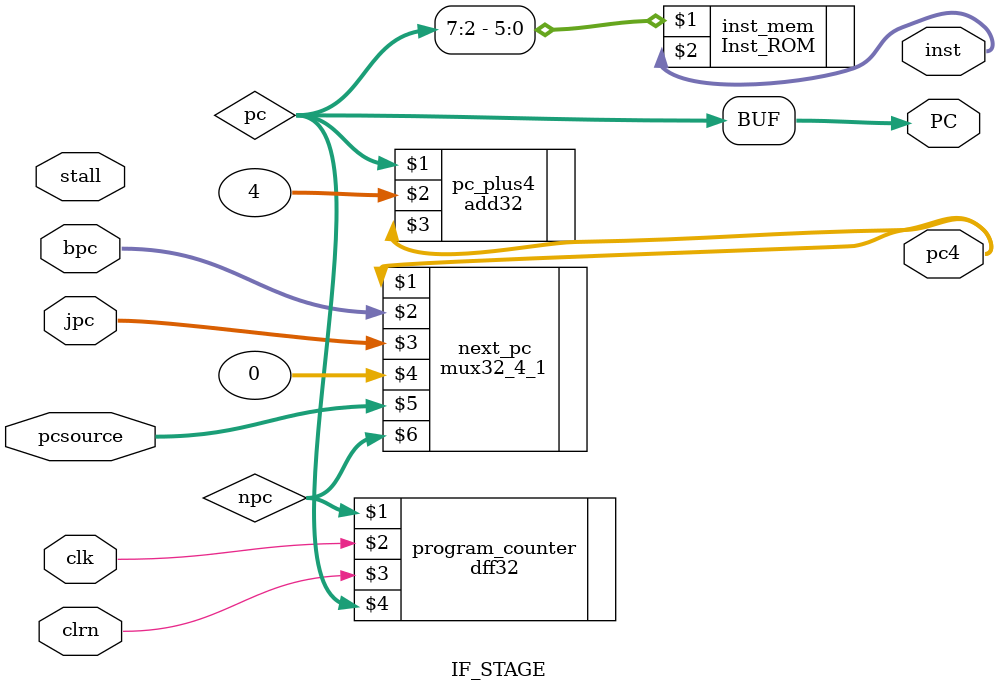
<source format=v>
`timescale 1ns / 1ps
module IF_STAGE(clk,clrn,pcsource,bpc,jpc,pc4,inst, PC,stall
    );
	 input clk, clrn;
	 input stall;
	 input [31:0] bpc,jpc;
	 input [1:0] pcsource;
	 
	 output [31:0] pc4,inst;
	 output [31:0] PC;
	 
	 wire [31:0] pc;		
	 wire [31:0] npc;		//ÏÂÒ»ÌõÖ¸ÁîµØÖ·
	 
 	 dff32 program_counter(npc,clk,clrn,pc);   //ÀûÓÃ32Î»µÄD´¥·¢Æ÷ÊµÏÖPC
	 add32 pc_plus4(pc,32'h4,pc4);//32Î»¼Ó·¨Æ÷£¬ÓÃÀ´¼ÆËãPC+4
	 mux32_4_1 next_pc(pc4,bpc,jpc,32'b0,pcsource,npc);//¸ù¾ÝpcsourceÐÅºÅÑ¡ÔñÏÂÒ»ÌõÖ¸ÁîµÄµØÖ·
	 Inst_ROM inst_mem(pc[7:2],inst); //Ö¸Áî´æ´¢Æ÷
	 
	 assign PC=pc;
	 
endmodule

</source>
